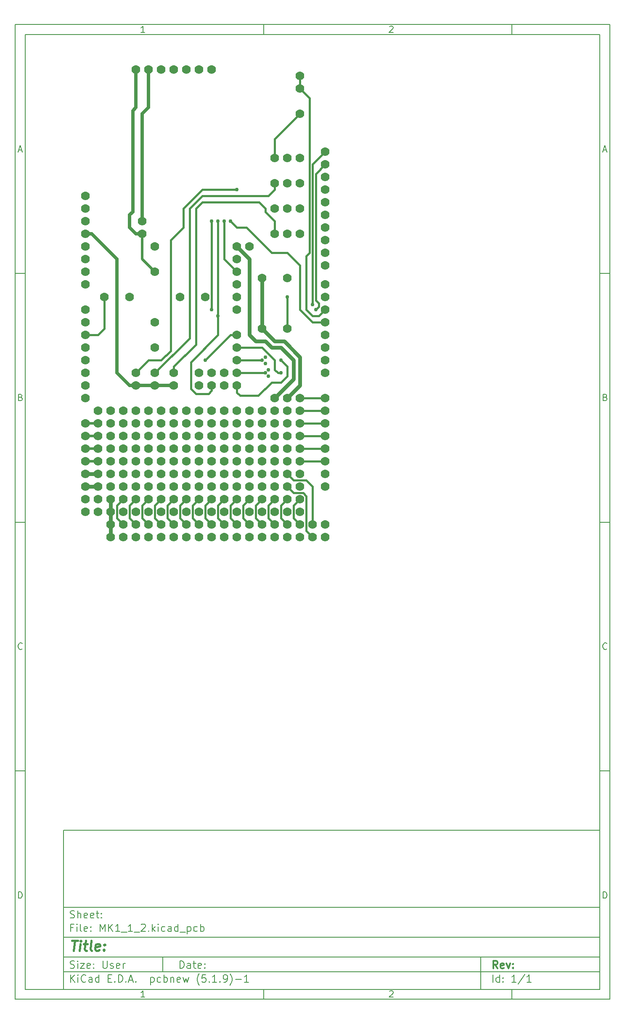
<source format=gbr>
%TF.GenerationSoftware,KiCad,Pcbnew,(5.1.9)-1*%
%TF.CreationDate,2021-07-03T12:37:55-04:00*%
%TF.ProjectId,MK1_1_2,4d4b315f-315f-4322-9e6b-696361645f70,rev?*%
%TF.SameCoordinates,Original*%
%TF.FileFunction,Copper,L2,Bot*%
%TF.FilePolarity,Positive*%
%FSLAX45Y45*%
G04 Gerber Fmt 4.5, Leading zero omitted, Abs format (unit mm)*
G04 Created by KiCad (PCBNEW (5.1.9)-1) date 2021-07-03 12:37:55*
%MOMM*%
%LPD*%
G01*
G04 APERTURE LIST*
%ADD10C,0.127000*%
%ADD11C,0.150000*%
%ADD12C,0.300000*%
%ADD13C,0.400000*%
%TA.AperFunction,ViaPad*%
%ADD14C,0.762000*%
%TD*%
%TA.AperFunction,ViaPad*%
%ADD15C,1.778000*%
%TD*%
%TA.AperFunction,Conductor*%
%ADD16C,0.381000*%
%TD*%
%TA.AperFunction,Conductor*%
%ADD17C,0.635000*%
%TD*%
%TA.AperFunction,Conductor*%
%ADD18C,0.508000*%
%TD*%
%TA.AperFunction,Conductor*%
%ADD19C,0.762000*%
%TD*%
G04 APERTURE END LIST*
D10*
D11*
X1970000Y-17190000D02*
X1970000Y-20390000D01*
X12770000Y-20390000D01*
X12770000Y-17190000D01*
X1970000Y-17190000D01*
D10*
D11*
X1000000Y-1000000D02*
X1000000Y-20590000D01*
X12970000Y-20590000D01*
X12970000Y-1000000D01*
X1000000Y-1000000D01*
D10*
D11*
X1200000Y-1200000D02*
X1200000Y-20390000D01*
X12770000Y-20390000D01*
X12770000Y-1200000D01*
X1200000Y-1200000D01*
D10*
D11*
X6000000Y-1200000D02*
X6000000Y-1000000D01*
D10*
D11*
X11000000Y-1200000D02*
X11000000Y-1000000D01*
D10*
D11*
X3606548Y-1158810D02*
X3532262Y-1158810D01*
X3569405Y-1158810D02*
X3569405Y-1028809D01*
X3557024Y-1047381D01*
X3544643Y-1059762D01*
X3532262Y-1065952D01*
D10*
D11*
X8532262Y-1041190D02*
X8538452Y-1035000D01*
X8550833Y-1028809D01*
X8581786Y-1028809D01*
X8594167Y-1035000D01*
X8600357Y-1041190D01*
X8606548Y-1053571D01*
X8606548Y-1065952D01*
X8600357Y-1084524D01*
X8526071Y-1158810D01*
X8606548Y-1158810D01*
D10*
D11*
X6000000Y-20390000D02*
X6000000Y-20590000D01*
D10*
D11*
X11000000Y-20390000D02*
X11000000Y-20590000D01*
D10*
D11*
X3606548Y-20548810D02*
X3532262Y-20548810D01*
X3569405Y-20548810D02*
X3569405Y-20418810D01*
X3557024Y-20437381D01*
X3544643Y-20449762D01*
X3532262Y-20455952D01*
D10*
D11*
X8532262Y-20431190D02*
X8538452Y-20425000D01*
X8550833Y-20418810D01*
X8581786Y-20418810D01*
X8594167Y-20425000D01*
X8600357Y-20431190D01*
X8606548Y-20443571D01*
X8606548Y-20455952D01*
X8600357Y-20474524D01*
X8526071Y-20548810D01*
X8606548Y-20548810D01*
D10*
D11*
X1000000Y-6000000D02*
X1200000Y-6000000D01*
D10*
D11*
X1000000Y-11000000D02*
X1200000Y-11000000D01*
D10*
D11*
X1000000Y-16000000D02*
X1200000Y-16000000D01*
D10*
D11*
X1069048Y-3521667D02*
X1130952Y-3521667D01*
X1056667Y-3558809D02*
X1100000Y-3428809D01*
X1143333Y-3558809D01*
D10*
D11*
X1109286Y-8490714D02*
X1127857Y-8496905D01*
X1134048Y-8503095D01*
X1140238Y-8515476D01*
X1140238Y-8534048D01*
X1134048Y-8546429D01*
X1127857Y-8552619D01*
X1115476Y-8558810D01*
X1065952Y-8558810D01*
X1065952Y-8428810D01*
X1109286Y-8428810D01*
X1121667Y-8435000D01*
X1127857Y-8441190D01*
X1134048Y-8453571D01*
X1134048Y-8465952D01*
X1127857Y-8478333D01*
X1121667Y-8484524D01*
X1109286Y-8490714D01*
X1065952Y-8490714D01*
D10*
D11*
X1140238Y-13546428D02*
X1134048Y-13552619D01*
X1115476Y-13558809D01*
X1103095Y-13558809D01*
X1084524Y-13552619D01*
X1072143Y-13540238D01*
X1065952Y-13527857D01*
X1059762Y-13503095D01*
X1059762Y-13484524D01*
X1065952Y-13459762D01*
X1072143Y-13447381D01*
X1084524Y-13435000D01*
X1103095Y-13428809D01*
X1115476Y-13428809D01*
X1134048Y-13435000D01*
X1140238Y-13441190D01*
D10*
D11*
X1065952Y-18558810D02*
X1065952Y-18428810D01*
X1096905Y-18428810D01*
X1115476Y-18435000D01*
X1127857Y-18447381D01*
X1134048Y-18459762D01*
X1140238Y-18484524D01*
X1140238Y-18503095D01*
X1134048Y-18527857D01*
X1127857Y-18540238D01*
X1115476Y-18552619D01*
X1096905Y-18558810D01*
X1065952Y-18558810D01*
D10*
D11*
X12970000Y-6000000D02*
X12770000Y-6000000D01*
D10*
D11*
X12970000Y-11000000D02*
X12770000Y-11000000D01*
D10*
D11*
X12970000Y-16000000D02*
X12770000Y-16000000D01*
D10*
D11*
X12839048Y-3521667D02*
X12900952Y-3521667D01*
X12826667Y-3558809D02*
X12870000Y-3428809D01*
X12913333Y-3558809D01*
D10*
D11*
X12879286Y-8490714D02*
X12897857Y-8496905D01*
X12904048Y-8503095D01*
X12910238Y-8515476D01*
X12910238Y-8534048D01*
X12904048Y-8546429D01*
X12897857Y-8552619D01*
X12885476Y-8558810D01*
X12835952Y-8558810D01*
X12835952Y-8428810D01*
X12879286Y-8428810D01*
X12891667Y-8435000D01*
X12897857Y-8441190D01*
X12904048Y-8453571D01*
X12904048Y-8465952D01*
X12897857Y-8478333D01*
X12891667Y-8484524D01*
X12879286Y-8490714D01*
X12835952Y-8490714D01*
D10*
D11*
X12910238Y-13546428D02*
X12904048Y-13552619D01*
X12885476Y-13558809D01*
X12873095Y-13558809D01*
X12854524Y-13552619D01*
X12842143Y-13540238D01*
X12835952Y-13527857D01*
X12829762Y-13503095D01*
X12829762Y-13484524D01*
X12835952Y-13459762D01*
X12842143Y-13447381D01*
X12854524Y-13435000D01*
X12873095Y-13428809D01*
X12885476Y-13428809D01*
X12904048Y-13435000D01*
X12910238Y-13441190D01*
D10*
D11*
X12835952Y-18558810D02*
X12835952Y-18428810D01*
X12866905Y-18428810D01*
X12885476Y-18435000D01*
X12897857Y-18447381D01*
X12904048Y-18459762D01*
X12910238Y-18484524D01*
X12910238Y-18503095D01*
X12904048Y-18527857D01*
X12897857Y-18540238D01*
X12885476Y-18552619D01*
X12866905Y-18558810D01*
X12835952Y-18558810D01*
D10*
D11*
X4313214Y-19967857D02*
X4313214Y-19817857D01*
X4348929Y-19817857D01*
X4370357Y-19825000D01*
X4384643Y-19839286D01*
X4391786Y-19853571D01*
X4398929Y-19882143D01*
X4398929Y-19903571D01*
X4391786Y-19932143D01*
X4384643Y-19946429D01*
X4370357Y-19960714D01*
X4348929Y-19967857D01*
X4313214Y-19967857D01*
X4527500Y-19967857D02*
X4527500Y-19889286D01*
X4520357Y-19875000D01*
X4506071Y-19867857D01*
X4477500Y-19867857D01*
X4463214Y-19875000D01*
X4527500Y-19960714D02*
X4513214Y-19967857D01*
X4477500Y-19967857D01*
X4463214Y-19960714D01*
X4456071Y-19946429D01*
X4456071Y-19932143D01*
X4463214Y-19917857D01*
X4477500Y-19910714D01*
X4513214Y-19910714D01*
X4527500Y-19903571D01*
X4577500Y-19867857D02*
X4634643Y-19867857D01*
X4598929Y-19817857D02*
X4598929Y-19946429D01*
X4606071Y-19960714D01*
X4620357Y-19967857D01*
X4634643Y-19967857D01*
X4741786Y-19960714D02*
X4727500Y-19967857D01*
X4698929Y-19967857D01*
X4684643Y-19960714D01*
X4677500Y-19946429D01*
X4677500Y-19889286D01*
X4684643Y-19875000D01*
X4698929Y-19867857D01*
X4727500Y-19867857D01*
X4741786Y-19875000D01*
X4748929Y-19889286D01*
X4748929Y-19903571D01*
X4677500Y-19917857D01*
X4813214Y-19953571D02*
X4820357Y-19960714D01*
X4813214Y-19967857D01*
X4806071Y-19960714D01*
X4813214Y-19953571D01*
X4813214Y-19967857D01*
X4813214Y-19875000D02*
X4820357Y-19882143D01*
X4813214Y-19889286D01*
X4806071Y-19882143D01*
X4813214Y-19875000D01*
X4813214Y-19889286D01*
D10*
D11*
X1970000Y-20040000D02*
X12770000Y-20040000D01*
D10*
D11*
X2113214Y-20247857D02*
X2113214Y-20097857D01*
X2198929Y-20247857D02*
X2134643Y-20162143D01*
X2198929Y-20097857D02*
X2113214Y-20183571D01*
X2263214Y-20247857D02*
X2263214Y-20147857D01*
X2263214Y-20097857D02*
X2256071Y-20105000D01*
X2263214Y-20112143D01*
X2270357Y-20105000D01*
X2263214Y-20097857D01*
X2263214Y-20112143D01*
X2420357Y-20233571D02*
X2413214Y-20240714D01*
X2391786Y-20247857D01*
X2377500Y-20247857D01*
X2356071Y-20240714D01*
X2341786Y-20226429D01*
X2334643Y-20212143D01*
X2327500Y-20183571D01*
X2327500Y-20162143D01*
X2334643Y-20133571D01*
X2341786Y-20119286D01*
X2356071Y-20105000D01*
X2377500Y-20097857D01*
X2391786Y-20097857D01*
X2413214Y-20105000D01*
X2420357Y-20112143D01*
X2548929Y-20247857D02*
X2548929Y-20169286D01*
X2541786Y-20155000D01*
X2527500Y-20147857D01*
X2498929Y-20147857D01*
X2484643Y-20155000D01*
X2548929Y-20240714D02*
X2534643Y-20247857D01*
X2498929Y-20247857D01*
X2484643Y-20240714D01*
X2477500Y-20226429D01*
X2477500Y-20212143D01*
X2484643Y-20197857D01*
X2498929Y-20190714D01*
X2534643Y-20190714D01*
X2548929Y-20183571D01*
X2684643Y-20247857D02*
X2684643Y-20097857D01*
X2684643Y-20240714D02*
X2670357Y-20247857D01*
X2641786Y-20247857D01*
X2627500Y-20240714D01*
X2620357Y-20233571D01*
X2613214Y-20219286D01*
X2613214Y-20176429D01*
X2620357Y-20162143D01*
X2627500Y-20155000D01*
X2641786Y-20147857D01*
X2670357Y-20147857D01*
X2684643Y-20155000D01*
X2870357Y-20169286D02*
X2920357Y-20169286D01*
X2941786Y-20247857D02*
X2870357Y-20247857D01*
X2870357Y-20097857D01*
X2941786Y-20097857D01*
X3006071Y-20233571D02*
X3013214Y-20240714D01*
X3006071Y-20247857D01*
X2998928Y-20240714D01*
X3006071Y-20233571D01*
X3006071Y-20247857D01*
X3077500Y-20247857D02*
X3077500Y-20097857D01*
X3113214Y-20097857D01*
X3134643Y-20105000D01*
X3148928Y-20119286D01*
X3156071Y-20133571D01*
X3163214Y-20162143D01*
X3163214Y-20183571D01*
X3156071Y-20212143D01*
X3148928Y-20226429D01*
X3134643Y-20240714D01*
X3113214Y-20247857D01*
X3077500Y-20247857D01*
X3227500Y-20233571D02*
X3234643Y-20240714D01*
X3227500Y-20247857D01*
X3220357Y-20240714D01*
X3227500Y-20233571D01*
X3227500Y-20247857D01*
X3291786Y-20205000D02*
X3363214Y-20205000D01*
X3277500Y-20247857D02*
X3327500Y-20097857D01*
X3377500Y-20247857D01*
X3427500Y-20233571D02*
X3434643Y-20240714D01*
X3427500Y-20247857D01*
X3420357Y-20240714D01*
X3427500Y-20233571D01*
X3427500Y-20247857D01*
X3727500Y-20147857D02*
X3727500Y-20297857D01*
X3727500Y-20155000D02*
X3741786Y-20147857D01*
X3770357Y-20147857D01*
X3784643Y-20155000D01*
X3791786Y-20162143D01*
X3798928Y-20176429D01*
X3798928Y-20219286D01*
X3791786Y-20233571D01*
X3784643Y-20240714D01*
X3770357Y-20247857D01*
X3741786Y-20247857D01*
X3727500Y-20240714D01*
X3927500Y-20240714D02*
X3913214Y-20247857D01*
X3884643Y-20247857D01*
X3870357Y-20240714D01*
X3863214Y-20233571D01*
X3856071Y-20219286D01*
X3856071Y-20176429D01*
X3863214Y-20162143D01*
X3870357Y-20155000D01*
X3884643Y-20147857D01*
X3913214Y-20147857D01*
X3927500Y-20155000D01*
X3991786Y-20247857D02*
X3991786Y-20097857D01*
X3991786Y-20155000D02*
X4006071Y-20147857D01*
X4034643Y-20147857D01*
X4048928Y-20155000D01*
X4056071Y-20162143D01*
X4063214Y-20176429D01*
X4063214Y-20219286D01*
X4056071Y-20233571D01*
X4048928Y-20240714D01*
X4034643Y-20247857D01*
X4006071Y-20247857D01*
X3991786Y-20240714D01*
X4127500Y-20147857D02*
X4127500Y-20247857D01*
X4127500Y-20162143D02*
X4134643Y-20155000D01*
X4148928Y-20147857D01*
X4170357Y-20147857D01*
X4184643Y-20155000D01*
X4191786Y-20169286D01*
X4191786Y-20247857D01*
X4320357Y-20240714D02*
X4306071Y-20247857D01*
X4277500Y-20247857D01*
X4263214Y-20240714D01*
X4256071Y-20226429D01*
X4256071Y-20169286D01*
X4263214Y-20155000D01*
X4277500Y-20147857D01*
X4306071Y-20147857D01*
X4320357Y-20155000D01*
X4327500Y-20169286D01*
X4327500Y-20183571D01*
X4256071Y-20197857D01*
X4377500Y-20147857D02*
X4406071Y-20247857D01*
X4434643Y-20176429D01*
X4463214Y-20247857D01*
X4491786Y-20147857D01*
X4706071Y-20305000D02*
X4698929Y-20297857D01*
X4684643Y-20276429D01*
X4677500Y-20262143D01*
X4670357Y-20240714D01*
X4663214Y-20205000D01*
X4663214Y-20176429D01*
X4670357Y-20140714D01*
X4677500Y-20119286D01*
X4684643Y-20105000D01*
X4698929Y-20083571D01*
X4706071Y-20076429D01*
X4834643Y-20097857D02*
X4763214Y-20097857D01*
X4756071Y-20169286D01*
X4763214Y-20162143D01*
X4777500Y-20155000D01*
X4813214Y-20155000D01*
X4827500Y-20162143D01*
X4834643Y-20169286D01*
X4841786Y-20183571D01*
X4841786Y-20219286D01*
X4834643Y-20233571D01*
X4827500Y-20240714D01*
X4813214Y-20247857D01*
X4777500Y-20247857D01*
X4763214Y-20240714D01*
X4756071Y-20233571D01*
X4906071Y-20233571D02*
X4913214Y-20240714D01*
X4906071Y-20247857D01*
X4898929Y-20240714D01*
X4906071Y-20233571D01*
X4906071Y-20247857D01*
X5056071Y-20247857D02*
X4970357Y-20247857D01*
X5013214Y-20247857D02*
X5013214Y-20097857D01*
X4998929Y-20119286D01*
X4984643Y-20133571D01*
X4970357Y-20140714D01*
X5120357Y-20233571D02*
X5127500Y-20240714D01*
X5120357Y-20247857D01*
X5113214Y-20240714D01*
X5120357Y-20233571D01*
X5120357Y-20247857D01*
X5198929Y-20247857D02*
X5227500Y-20247857D01*
X5241786Y-20240714D01*
X5248929Y-20233571D01*
X5263214Y-20212143D01*
X5270357Y-20183571D01*
X5270357Y-20126429D01*
X5263214Y-20112143D01*
X5256071Y-20105000D01*
X5241786Y-20097857D01*
X5213214Y-20097857D01*
X5198929Y-20105000D01*
X5191786Y-20112143D01*
X5184643Y-20126429D01*
X5184643Y-20162143D01*
X5191786Y-20176429D01*
X5198929Y-20183571D01*
X5213214Y-20190714D01*
X5241786Y-20190714D01*
X5256071Y-20183571D01*
X5263214Y-20176429D01*
X5270357Y-20162143D01*
X5320357Y-20305000D02*
X5327500Y-20297857D01*
X5341786Y-20276429D01*
X5348929Y-20262143D01*
X5356071Y-20240714D01*
X5363214Y-20205000D01*
X5363214Y-20176429D01*
X5356071Y-20140714D01*
X5348929Y-20119286D01*
X5341786Y-20105000D01*
X5327500Y-20083571D01*
X5320357Y-20076429D01*
X5434643Y-20190714D02*
X5548929Y-20190714D01*
X5698928Y-20247857D02*
X5613214Y-20247857D01*
X5656071Y-20247857D02*
X5656071Y-20097857D01*
X5641786Y-20119286D01*
X5627500Y-20133571D01*
X5613214Y-20140714D01*
D10*
D11*
X1970000Y-19740000D02*
X12770000Y-19740000D01*
D10*
D12*
X10710929Y-19967857D02*
X10660929Y-19896429D01*
X10625214Y-19967857D02*
X10625214Y-19817857D01*
X10682357Y-19817857D01*
X10696643Y-19825000D01*
X10703786Y-19832143D01*
X10710929Y-19846429D01*
X10710929Y-19867857D01*
X10703786Y-19882143D01*
X10696643Y-19889286D01*
X10682357Y-19896429D01*
X10625214Y-19896429D01*
X10832357Y-19960714D02*
X10818071Y-19967857D01*
X10789500Y-19967857D01*
X10775214Y-19960714D01*
X10768071Y-19946429D01*
X10768071Y-19889286D01*
X10775214Y-19875000D01*
X10789500Y-19867857D01*
X10818071Y-19867857D01*
X10832357Y-19875000D01*
X10839500Y-19889286D01*
X10839500Y-19903571D01*
X10768071Y-19917857D01*
X10889500Y-19867857D02*
X10925214Y-19967857D01*
X10960929Y-19867857D01*
X11018071Y-19953571D02*
X11025214Y-19960714D01*
X11018071Y-19967857D01*
X11010929Y-19960714D01*
X11018071Y-19953571D01*
X11018071Y-19967857D01*
X11018071Y-19875000D02*
X11025214Y-19882143D01*
X11018071Y-19889286D01*
X11010929Y-19882143D01*
X11018071Y-19875000D01*
X11018071Y-19889286D01*
D10*
D11*
X2106071Y-19960714D02*
X2127500Y-19967857D01*
X2163214Y-19967857D01*
X2177500Y-19960714D01*
X2184643Y-19953571D01*
X2191786Y-19939286D01*
X2191786Y-19925000D01*
X2184643Y-19910714D01*
X2177500Y-19903571D01*
X2163214Y-19896429D01*
X2134643Y-19889286D01*
X2120357Y-19882143D01*
X2113214Y-19875000D01*
X2106071Y-19860714D01*
X2106071Y-19846429D01*
X2113214Y-19832143D01*
X2120357Y-19825000D01*
X2134643Y-19817857D01*
X2170357Y-19817857D01*
X2191786Y-19825000D01*
X2256071Y-19967857D02*
X2256071Y-19867857D01*
X2256071Y-19817857D02*
X2248929Y-19825000D01*
X2256071Y-19832143D01*
X2263214Y-19825000D01*
X2256071Y-19817857D01*
X2256071Y-19832143D01*
X2313214Y-19867857D02*
X2391786Y-19867857D01*
X2313214Y-19967857D01*
X2391786Y-19967857D01*
X2506071Y-19960714D02*
X2491786Y-19967857D01*
X2463214Y-19967857D01*
X2448929Y-19960714D01*
X2441786Y-19946429D01*
X2441786Y-19889286D01*
X2448929Y-19875000D01*
X2463214Y-19867857D01*
X2491786Y-19867857D01*
X2506071Y-19875000D01*
X2513214Y-19889286D01*
X2513214Y-19903571D01*
X2441786Y-19917857D01*
X2577500Y-19953571D02*
X2584643Y-19960714D01*
X2577500Y-19967857D01*
X2570357Y-19960714D01*
X2577500Y-19953571D01*
X2577500Y-19967857D01*
X2577500Y-19875000D02*
X2584643Y-19882143D01*
X2577500Y-19889286D01*
X2570357Y-19882143D01*
X2577500Y-19875000D01*
X2577500Y-19889286D01*
X2763214Y-19817857D02*
X2763214Y-19939286D01*
X2770357Y-19953571D01*
X2777500Y-19960714D01*
X2791786Y-19967857D01*
X2820357Y-19967857D01*
X2834643Y-19960714D01*
X2841786Y-19953571D01*
X2848928Y-19939286D01*
X2848928Y-19817857D01*
X2913214Y-19960714D02*
X2927500Y-19967857D01*
X2956071Y-19967857D01*
X2970357Y-19960714D01*
X2977500Y-19946429D01*
X2977500Y-19939286D01*
X2970357Y-19925000D01*
X2956071Y-19917857D01*
X2934643Y-19917857D01*
X2920357Y-19910714D01*
X2913214Y-19896429D01*
X2913214Y-19889286D01*
X2920357Y-19875000D01*
X2934643Y-19867857D01*
X2956071Y-19867857D01*
X2970357Y-19875000D01*
X3098928Y-19960714D02*
X3084643Y-19967857D01*
X3056071Y-19967857D01*
X3041786Y-19960714D01*
X3034643Y-19946429D01*
X3034643Y-19889286D01*
X3041786Y-19875000D01*
X3056071Y-19867857D01*
X3084643Y-19867857D01*
X3098928Y-19875000D01*
X3106071Y-19889286D01*
X3106071Y-19903571D01*
X3034643Y-19917857D01*
X3170357Y-19967857D02*
X3170357Y-19867857D01*
X3170357Y-19896429D02*
X3177500Y-19882143D01*
X3184643Y-19875000D01*
X3198928Y-19867857D01*
X3213214Y-19867857D01*
D10*
D11*
X10613214Y-20247857D02*
X10613214Y-20097857D01*
X10748929Y-20247857D02*
X10748929Y-20097857D01*
X10748929Y-20240714D02*
X10734643Y-20247857D01*
X10706071Y-20247857D01*
X10691786Y-20240714D01*
X10684643Y-20233571D01*
X10677500Y-20219286D01*
X10677500Y-20176429D01*
X10684643Y-20162143D01*
X10691786Y-20155000D01*
X10706071Y-20147857D01*
X10734643Y-20147857D01*
X10748929Y-20155000D01*
X10820357Y-20233571D02*
X10827500Y-20240714D01*
X10820357Y-20247857D01*
X10813214Y-20240714D01*
X10820357Y-20233571D01*
X10820357Y-20247857D01*
X10820357Y-20155000D02*
X10827500Y-20162143D01*
X10820357Y-20169286D01*
X10813214Y-20162143D01*
X10820357Y-20155000D01*
X10820357Y-20169286D01*
X11084643Y-20247857D02*
X10998929Y-20247857D01*
X11041786Y-20247857D02*
X11041786Y-20097857D01*
X11027500Y-20119286D01*
X11013214Y-20133571D01*
X10998929Y-20140714D01*
X11256071Y-20090714D02*
X11127500Y-20283571D01*
X11384643Y-20247857D02*
X11298928Y-20247857D01*
X11341786Y-20247857D02*
X11341786Y-20097857D01*
X11327500Y-20119286D01*
X11313214Y-20133571D01*
X11298928Y-20140714D01*
D10*
D11*
X1970000Y-19340000D02*
X12770000Y-19340000D01*
D10*
D13*
X2141238Y-19410476D02*
X2255524Y-19410476D01*
X2173381Y-19610476D02*
X2198381Y-19410476D01*
X2297190Y-19610476D02*
X2313857Y-19477143D01*
X2322190Y-19410476D02*
X2311476Y-19420000D01*
X2319810Y-19429524D01*
X2330524Y-19420000D01*
X2322190Y-19410476D01*
X2319810Y-19429524D01*
X2380524Y-19477143D02*
X2456714Y-19477143D01*
X2417429Y-19410476D02*
X2396000Y-19581905D01*
X2403143Y-19600952D01*
X2421000Y-19610476D01*
X2440048Y-19610476D01*
X2535286Y-19610476D02*
X2517429Y-19600952D01*
X2510286Y-19581905D01*
X2531714Y-19410476D01*
X2688857Y-19600952D02*
X2668619Y-19610476D01*
X2630524Y-19610476D01*
X2612667Y-19600952D01*
X2605524Y-19581905D01*
X2615048Y-19505714D01*
X2626952Y-19486667D01*
X2647190Y-19477143D01*
X2685286Y-19477143D01*
X2703143Y-19486667D01*
X2710286Y-19505714D01*
X2707905Y-19524762D01*
X2610286Y-19543810D01*
X2785286Y-19591429D02*
X2793619Y-19600952D01*
X2782905Y-19610476D01*
X2774571Y-19600952D01*
X2785286Y-19591429D01*
X2782905Y-19610476D01*
X2798381Y-19486667D02*
X2806714Y-19496190D01*
X2796000Y-19505714D01*
X2787667Y-19496190D01*
X2798381Y-19486667D01*
X2796000Y-19505714D01*
D10*
D11*
X2163214Y-19149286D02*
X2113214Y-19149286D01*
X2113214Y-19227857D02*
X2113214Y-19077857D01*
X2184643Y-19077857D01*
X2241786Y-19227857D02*
X2241786Y-19127857D01*
X2241786Y-19077857D02*
X2234643Y-19085000D01*
X2241786Y-19092143D01*
X2248929Y-19085000D01*
X2241786Y-19077857D01*
X2241786Y-19092143D01*
X2334643Y-19227857D02*
X2320357Y-19220714D01*
X2313214Y-19206429D01*
X2313214Y-19077857D01*
X2448929Y-19220714D02*
X2434643Y-19227857D01*
X2406071Y-19227857D01*
X2391786Y-19220714D01*
X2384643Y-19206429D01*
X2384643Y-19149286D01*
X2391786Y-19135000D01*
X2406071Y-19127857D01*
X2434643Y-19127857D01*
X2448929Y-19135000D01*
X2456071Y-19149286D01*
X2456071Y-19163571D01*
X2384643Y-19177857D01*
X2520357Y-19213571D02*
X2527500Y-19220714D01*
X2520357Y-19227857D01*
X2513214Y-19220714D01*
X2520357Y-19213571D01*
X2520357Y-19227857D01*
X2520357Y-19135000D02*
X2527500Y-19142143D01*
X2520357Y-19149286D01*
X2513214Y-19142143D01*
X2520357Y-19135000D01*
X2520357Y-19149286D01*
X2706071Y-19227857D02*
X2706071Y-19077857D01*
X2756071Y-19185000D01*
X2806071Y-19077857D01*
X2806071Y-19227857D01*
X2877500Y-19227857D02*
X2877500Y-19077857D01*
X2963214Y-19227857D02*
X2898928Y-19142143D01*
X2963214Y-19077857D02*
X2877500Y-19163571D01*
X3106071Y-19227857D02*
X3020357Y-19227857D01*
X3063214Y-19227857D02*
X3063214Y-19077857D01*
X3048928Y-19099286D01*
X3034643Y-19113571D01*
X3020357Y-19120714D01*
X3134643Y-19242143D02*
X3248928Y-19242143D01*
X3363214Y-19227857D02*
X3277500Y-19227857D01*
X3320357Y-19227857D02*
X3320357Y-19077857D01*
X3306071Y-19099286D01*
X3291786Y-19113571D01*
X3277500Y-19120714D01*
X3391786Y-19242143D02*
X3506071Y-19242143D01*
X3534643Y-19092143D02*
X3541786Y-19085000D01*
X3556071Y-19077857D01*
X3591786Y-19077857D01*
X3606071Y-19085000D01*
X3613214Y-19092143D01*
X3620357Y-19106429D01*
X3620357Y-19120714D01*
X3613214Y-19142143D01*
X3527500Y-19227857D01*
X3620357Y-19227857D01*
X3684643Y-19213571D02*
X3691786Y-19220714D01*
X3684643Y-19227857D01*
X3677500Y-19220714D01*
X3684643Y-19213571D01*
X3684643Y-19227857D01*
X3756071Y-19227857D02*
X3756071Y-19077857D01*
X3770357Y-19170714D02*
X3813214Y-19227857D01*
X3813214Y-19127857D02*
X3756071Y-19185000D01*
X3877500Y-19227857D02*
X3877500Y-19127857D01*
X3877500Y-19077857D02*
X3870357Y-19085000D01*
X3877500Y-19092143D01*
X3884643Y-19085000D01*
X3877500Y-19077857D01*
X3877500Y-19092143D01*
X4013214Y-19220714D02*
X3998928Y-19227857D01*
X3970357Y-19227857D01*
X3956071Y-19220714D01*
X3948928Y-19213571D01*
X3941786Y-19199286D01*
X3941786Y-19156429D01*
X3948928Y-19142143D01*
X3956071Y-19135000D01*
X3970357Y-19127857D01*
X3998928Y-19127857D01*
X4013214Y-19135000D01*
X4141786Y-19227857D02*
X4141786Y-19149286D01*
X4134643Y-19135000D01*
X4120357Y-19127857D01*
X4091786Y-19127857D01*
X4077500Y-19135000D01*
X4141786Y-19220714D02*
X4127500Y-19227857D01*
X4091786Y-19227857D01*
X4077500Y-19220714D01*
X4070357Y-19206429D01*
X4070357Y-19192143D01*
X4077500Y-19177857D01*
X4091786Y-19170714D01*
X4127500Y-19170714D01*
X4141786Y-19163571D01*
X4277500Y-19227857D02*
X4277500Y-19077857D01*
X4277500Y-19220714D02*
X4263214Y-19227857D01*
X4234643Y-19227857D01*
X4220357Y-19220714D01*
X4213214Y-19213571D01*
X4206071Y-19199286D01*
X4206071Y-19156429D01*
X4213214Y-19142143D01*
X4220357Y-19135000D01*
X4234643Y-19127857D01*
X4263214Y-19127857D01*
X4277500Y-19135000D01*
X4313214Y-19242143D02*
X4427500Y-19242143D01*
X4463214Y-19127857D02*
X4463214Y-19277857D01*
X4463214Y-19135000D02*
X4477500Y-19127857D01*
X4506071Y-19127857D01*
X4520357Y-19135000D01*
X4527500Y-19142143D01*
X4534643Y-19156429D01*
X4534643Y-19199286D01*
X4527500Y-19213571D01*
X4520357Y-19220714D01*
X4506071Y-19227857D01*
X4477500Y-19227857D01*
X4463214Y-19220714D01*
X4663214Y-19220714D02*
X4648929Y-19227857D01*
X4620357Y-19227857D01*
X4606071Y-19220714D01*
X4598929Y-19213571D01*
X4591786Y-19199286D01*
X4591786Y-19156429D01*
X4598929Y-19142143D01*
X4606071Y-19135000D01*
X4620357Y-19127857D01*
X4648929Y-19127857D01*
X4663214Y-19135000D01*
X4727500Y-19227857D02*
X4727500Y-19077857D01*
X4727500Y-19135000D02*
X4741786Y-19127857D01*
X4770357Y-19127857D01*
X4784643Y-19135000D01*
X4791786Y-19142143D01*
X4798929Y-19156429D01*
X4798929Y-19199286D01*
X4791786Y-19213571D01*
X4784643Y-19220714D01*
X4770357Y-19227857D01*
X4741786Y-19227857D01*
X4727500Y-19220714D01*
D10*
D11*
X1970000Y-18740000D02*
X12770000Y-18740000D01*
D10*
D11*
X2106071Y-18950714D02*
X2127500Y-18957857D01*
X2163214Y-18957857D01*
X2177500Y-18950714D01*
X2184643Y-18943571D01*
X2191786Y-18929286D01*
X2191786Y-18915000D01*
X2184643Y-18900714D01*
X2177500Y-18893571D01*
X2163214Y-18886429D01*
X2134643Y-18879286D01*
X2120357Y-18872143D01*
X2113214Y-18865000D01*
X2106071Y-18850714D01*
X2106071Y-18836429D01*
X2113214Y-18822143D01*
X2120357Y-18815000D01*
X2134643Y-18807857D01*
X2170357Y-18807857D01*
X2191786Y-18815000D01*
X2256071Y-18957857D02*
X2256071Y-18807857D01*
X2320357Y-18957857D02*
X2320357Y-18879286D01*
X2313214Y-18865000D01*
X2298929Y-18857857D01*
X2277500Y-18857857D01*
X2263214Y-18865000D01*
X2256071Y-18872143D01*
X2448929Y-18950714D02*
X2434643Y-18957857D01*
X2406071Y-18957857D01*
X2391786Y-18950714D01*
X2384643Y-18936429D01*
X2384643Y-18879286D01*
X2391786Y-18865000D01*
X2406071Y-18857857D01*
X2434643Y-18857857D01*
X2448929Y-18865000D01*
X2456071Y-18879286D01*
X2456071Y-18893571D01*
X2384643Y-18907857D01*
X2577500Y-18950714D02*
X2563214Y-18957857D01*
X2534643Y-18957857D01*
X2520357Y-18950714D01*
X2513214Y-18936429D01*
X2513214Y-18879286D01*
X2520357Y-18865000D01*
X2534643Y-18857857D01*
X2563214Y-18857857D01*
X2577500Y-18865000D01*
X2584643Y-18879286D01*
X2584643Y-18893571D01*
X2513214Y-18907857D01*
X2627500Y-18857857D02*
X2684643Y-18857857D01*
X2648929Y-18807857D02*
X2648929Y-18936429D01*
X2656071Y-18950714D01*
X2670357Y-18957857D01*
X2684643Y-18957857D01*
X2734643Y-18943571D02*
X2741786Y-18950714D01*
X2734643Y-18957857D01*
X2727500Y-18950714D01*
X2734643Y-18943571D01*
X2734643Y-18957857D01*
X2734643Y-18865000D02*
X2741786Y-18872143D01*
X2734643Y-18879286D01*
X2727500Y-18872143D01*
X2734643Y-18865000D01*
X2734643Y-18879286D01*
D10*
D11*
X3970000Y-19740000D02*
X3970000Y-20040000D01*
D10*
D11*
X10370000Y-19740000D02*
X10370000Y-20390000D01*
D14*
%TO.N,*%
X4953000Y-6731000D03*
X5080000Y-6858000D03*
X6477000Y-6477000D03*
X4953000Y-4953000D03*
X5080000Y-4953000D03*
X5207000Y-4953000D03*
D15*
X4953000Y-10541000D03*
X4699000Y-10541000D03*
X4445000Y-10541000D03*
X4191000Y-10541000D03*
X3937000Y-10541000D03*
X3683000Y-10541000D03*
X3429000Y-10541000D03*
X3175000Y-10541000D03*
X2921000Y-10541000D03*
X2921000Y-10795000D03*
X2921000Y-11049000D03*
X2921000Y-11303000D03*
X3175000Y-11303000D03*
X3175000Y-11049000D03*
X3175000Y-10795000D03*
X3429000Y-10795000D03*
X3429000Y-11049000D03*
X3429000Y-11303000D03*
X3683000Y-11303000D03*
X3683000Y-11049000D03*
X3683000Y-10795000D03*
X3937000Y-10795000D03*
X3937000Y-11049000D03*
X3937000Y-11303000D03*
X4953000Y-10795000D03*
X4699000Y-10795000D03*
X4445000Y-10795000D03*
X4191000Y-10795000D03*
X4191000Y-11049000D03*
X4191000Y-11303000D03*
X4445000Y-11303000D03*
X4445000Y-11049000D03*
X4953000Y-8255000D03*
X4953000Y-8001000D03*
X5207000Y-8001000D03*
X5207000Y-8255000D03*
X4699000Y-8001000D03*
X4699000Y-8255000D03*
X5461000Y-8255000D03*
X5461000Y-8001000D03*
X5461000Y-7747000D03*
X5461000Y-7493000D03*
X4191000Y-8255000D03*
X4191000Y-8001000D03*
X3810000Y-8001000D03*
X3810000Y-8255000D03*
X3429000Y-8001000D03*
X2413000Y-7493000D03*
X2413000Y-7239000D03*
X2413000Y-6985000D03*
X2413000Y-6731000D03*
X2413000Y-9017000D03*
X2413000Y-9271000D03*
X2667000Y-9271000D03*
X2667000Y-9017000D03*
X7239000Y-8001000D03*
X7239000Y-7747000D03*
X7239000Y-7493000D03*
X7239000Y-7239000D03*
X7239000Y-6731000D03*
X7239000Y-6477000D03*
X7239000Y-6223000D03*
X7239000Y-5842000D03*
X7239000Y-5588000D03*
X7239000Y-5334000D03*
X7239000Y-5080000D03*
X7239000Y-4826000D03*
X7239000Y-4572000D03*
X7239000Y-4318000D03*
X7239000Y-4064000D03*
X7239000Y-3810000D03*
X7239000Y-3556000D03*
X6731000Y-3683000D03*
X6477000Y-3683000D03*
X6223000Y-3683000D03*
X6223000Y-4191000D03*
X6477000Y-4191000D03*
X6731000Y-4191000D03*
X6731000Y-4699000D03*
X6477000Y-4699000D03*
X6223000Y-4699000D03*
X6223000Y-5207000D03*
X6477000Y-5207000D03*
X6731000Y-5207000D03*
X6477000Y-6096000D03*
X6477000Y-7112000D03*
X5461000Y-6731000D03*
X5461000Y-6477000D03*
X5461000Y-6223000D03*
X5461000Y-5969000D03*
X5461000Y-5461000D03*
X4826000Y-6477000D03*
X4318000Y-6477000D03*
X3810000Y-6985000D03*
X3810000Y-7493000D03*
X3810000Y-5461000D03*
X3810000Y-5969000D03*
X3302000Y-6477000D03*
X2794000Y-6477000D03*
X5207000Y-8763000D03*
X4953000Y-8763000D03*
X4699000Y-8763000D03*
X4445000Y-8763000D03*
X4191000Y-8763000D03*
X3937000Y-8763000D03*
X3683000Y-8763000D03*
X3175000Y-8763000D03*
X3175000Y-9017000D03*
X3175000Y-9271000D03*
X3175000Y-9525000D03*
X3175000Y-9779000D03*
X3175000Y-10033000D03*
X3175000Y-10287000D03*
X2921000Y-10287000D03*
X2667000Y-10287000D03*
X2667000Y-10033000D03*
X2413000Y-10033000D03*
X2413000Y-9779000D03*
X2667000Y-9779000D03*
X2667000Y-9525000D03*
X2413000Y-9525000D03*
X2667000Y-10541000D03*
X2413000Y-10541000D03*
X2413000Y-10795000D03*
X2413000Y-10287000D03*
X2667000Y-10795000D03*
X2921000Y-10033000D03*
X2921000Y-9779000D03*
X2921000Y-9525000D03*
X2921000Y-9271000D03*
X2921000Y-9017000D03*
X3429000Y-9017000D03*
X3683000Y-9017000D03*
X3937000Y-9017000D03*
X3937000Y-9271000D03*
X3683000Y-9271000D03*
X3429000Y-9271000D03*
X3429000Y-9525000D03*
X3429000Y-9779000D03*
X3429000Y-10033000D03*
X3429000Y-10287000D03*
X3683000Y-10287000D03*
X3683000Y-10033000D03*
X3683000Y-9779000D03*
X3683000Y-9525000D03*
X3937000Y-9525000D03*
X3937000Y-9779000D03*
X3937000Y-10033000D03*
X3937000Y-10287000D03*
X4191000Y-10287000D03*
X4445000Y-10287000D03*
X4699000Y-10287000D03*
X4953000Y-10287000D03*
X4953000Y-10033000D03*
X4699000Y-10033000D03*
X4445000Y-10033000D03*
X4191000Y-10033000D03*
X4191000Y-9779000D03*
X4445000Y-9779000D03*
X4699000Y-9779000D03*
X4953000Y-9779000D03*
X5207000Y-10795000D03*
X4953000Y-9525000D03*
X4699000Y-9525000D03*
X4445000Y-9525000D03*
X4191000Y-9525000D03*
X4191000Y-9271000D03*
X4191000Y-9017000D03*
X4445000Y-9017000D03*
X4445000Y-9271000D03*
X4699000Y-9271000D03*
X4699000Y-9017000D03*
X4953000Y-9017000D03*
X4953000Y-9271000D03*
X5207000Y-9271000D03*
X5207000Y-9017000D03*
X2413000Y-6223000D03*
X2413000Y-5969000D03*
X2413000Y-5715000D03*
X2413000Y-5461000D03*
X2413000Y-5207000D03*
X2413000Y-4953000D03*
X2413000Y-4699000D03*
X2413000Y-4445000D03*
X4953000Y-1905000D03*
X4445000Y-1905000D03*
X4191000Y-1905000D03*
X3937000Y-1905000D03*
X3683000Y-1905000D03*
X3429000Y-1905000D03*
X6731000Y-2794000D03*
X6731000Y-2032000D03*
X5715000Y-11049000D03*
X5715000Y-11303000D03*
X5969000Y-11303000D03*
X5969000Y-11049000D03*
X6223000Y-11049000D03*
X6223000Y-11303000D03*
X4699000Y-11049000D03*
X4699000Y-11303000D03*
X4953000Y-11049000D03*
X4953000Y-11303000D03*
X5207000Y-11303000D03*
X5207000Y-11049000D03*
X6731000Y-2286000D03*
X2413000Y-7747000D03*
X5461000Y-7239000D03*
D14*
X4826000Y-7747000D03*
D15*
X3429000Y-8255000D03*
D14*
X5461000Y-4318000D03*
X5969000Y-7747000D03*
D15*
X7239000Y-10287000D03*
X7239000Y-9779000D03*
X7239000Y-9525000D03*
X7239000Y-9271000D03*
X7239000Y-9017000D03*
X7239000Y-8763000D03*
X7239000Y-8509000D03*
X5461000Y-11049000D03*
X5461000Y-11303000D03*
X6477000Y-11303000D03*
X6477000Y-11049000D03*
X6731000Y-11049000D03*
X6731000Y-11303000D03*
X6985000Y-11303000D03*
X6985000Y-11049000D03*
X5207000Y-9525000D03*
X5207000Y-9779000D03*
X5207000Y-10033000D03*
D14*
X7048500Y-6731000D03*
X6985000Y-6629400D03*
X6032500Y-7683500D03*
X6350000Y-8001000D03*
X6350000Y-7747000D03*
X6096000Y-7937500D03*
X6032500Y-8001000D03*
X6032500Y-7810500D03*
D15*
X3556000Y-5207000D03*
X3556000Y-4953000D03*
X5715000Y-5461000D03*
X4699000Y-1905000D03*
D14*
X5334000Y-4953000D03*
D15*
X7239000Y-6985000D03*
X5461000Y-8763000D03*
X5715000Y-8763000D03*
X5969000Y-8763000D03*
X5715000Y-10033000D03*
X5715000Y-9271000D03*
X5461000Y-10033000D03*
X5461000Y-9779000D03*
X5461000Y-9271000D03*
X5461000Y-9525000D03*
X5969000Y-9525000D03*
X5969000Y-9271000D03*
X5969000Y-10287000D03*
X5715000Y-9017000D03*
X5715000Y-10287000D03*
X5969000Y-9017000D03*
X5715000Y-9525000D03*
X5969000Y-9779000D03*
X5715000Y-9779000D03*
X5461000Y-10287000D03*
X5461000Y-9017000D03*
X5969000Y-10033000D03*
X6223000Y-8763000D03*
X6477000Y-8763000D03*
X6731000Y-8763000D03*
X6477000Y-10033000D03*
X6477000Y-9271000D03*
X6223000Y-10033000D03*
X6223000Y-9779000D03*
X6223000Y-9271000D03*
X6223000Y-9525000D03*
X6731000Y-9525000D03*
X6731000Y-9271000D03*
X6731000Y-10287000D03*
X6477000Y-9017000D03*
X6477000Y-10287000D03*
X6731000Y-9017000D03*
X6477000Y-9525000D03*
X6731000Y-9779000D03*
X6477000Y-9779000D03*
X6223000Y-10287000D03*
X6223000Y-9017000D03*
X6731000Y-10033000D03*
X6731000Y-10541000D03*
X6477000Y-10541000D03*
X6223000Y-10541000D03*
X5969000Y-10541000D03*
X5715000Y-10541000D03*
X5461000Y-10541000D03*
X7239000Y-11049000D03*
X7239000Y-11303000D03*
X5207000Y-10287000D03*
X5207000Y-10541000D03*
X5461000Y-10795000D03*
X5715000Y-10795000D03*
X5969000Y-10795000D03*
X6223000Y-10795000D03*
X6477000Y-10795000D03*
X6731000Y-10795000D03*
D14*
X6096000Y-8064500D03*
D15*
X7239000Y-10033000D03*
X6731000Y-8509000D03*
X6477000Y-8509000D03*
X6223000Y-8509000D03*
X3429000Y-8763000D03*
X2413000Y-8509000D03*
X2667000Y-8763000D03*
X2413000Y-8001000D03*
X2413000Y-8255000D03*
X2921000Y-8763000D03*
X5461000Y-5715000D03*
X5969000Y-6096000D03*
X5969000Y-7112000D03*
%TD*%
D16*
%TO.N,*%
X2667000Y-7239000D02*
X2413000Y-7239000D01*
X4381500Y-4699000D02*
X4381500Y-5080000D01*
X4762500Y-4318000D02*
X4381500Y-4699000D01*
X4762500Y-4445000D02*
X4508500Y-4699000D01*
X6223000Y-4318000D02*
X6096000Y-4445000D01*
X4953000Y-4953000D02*
X4953000Y-6731000D01*
X5207000Y-4953000D02*
X5207000Y-5715000D01*
X5207000Y-5715000D02*
X5461000Y-5969000D01*
X6223000Y-3302000D02*
X6731000Y-2794000D01*
X2794000Y-7112000D02*
X2667000Y-7239000D01*
X6223000Y-4191000D02*
X6223000Y-4318000D01*
X2794000Y-6477000D02*
X2794000Y-7112000D01*
X4381500Y-5080000D02*
X4127500Y-5334000D01*
X5080000Y-4953000D02*
X5080000Y-6858000D01*
X6731000Y-2286000D02*
X6731000Y-2032000D01*
X3175000Y-11049000D02*
X3048000Y-10922000D01*
X3429000Y-11049000D02*
X3302000Y-10922000D01*
X3683000Y-11049000D02*
X3556000Y-10922000D01*
X3810000Y-10922000D02*
X3937000Y-11049000D01*
X4191000Y-11049000D02*
X4064000Y-10922000D01*
X4318000Y-10922000D02*
X4445000Y-11049000D01*
X4699000Y-11049000D02*
X4572000Y-10922000D01*
X4826000Y-10922000D02*
X4953000Y-11049000D01*
X4762500Y-4445000D02*
X6096000Y-4445000D01*
X4762500Y-4318000D02*
X5461000Y-4318000D01*
X5461000Y-7239000D02*
X5334000Y-7239000D01*
X5334000Y-7239000D02*
X4826000Y-7747000D01*
D17*
X2540000Y-5207000D02*
X3048000Y-5715000D01*
X2413000Y-5207000D02*
X2540000Y-5207000D01*
D18*
X3556000Y-5715000D02*
X3810000Y-5969000D01*
D19*
X5461000Y-5461000D02*
X5715000Y-5715000D01*
D17*
X3048000Y-5715000D02*
X3048000Y-8001000D01*
X3048000Y-8001000D02*
X3302000Y-8255000D01*
X3302000Y-8255000D02*
X3429000Y-8255000D01*
X3429000Y-8255000D02*
X3810000Y-8255000D01*
X3810000Y-8255000D02*
X4191000Y-8255000D01*
D16*
X3429000Y-8001000D02*
X3683000Y-7747000D01*
X3683000Y-7747000D02*
X3937000Y-7747000D01*
X3937000Y-7747000D02*
X4127500Y-7556500D01*
X3810000Y-8001000D02*
X4508500Y-7302500D01*
X4508500Y-4699000D02*
X4508500Y-7302500D01*
X4191000Y-8001000D02*
X4191000Y-7874000D01*
X4191000Y-7874000D02*
X4635500Y-7429500D01*
X4127500Y-7556500D02*
X4127500Y-5334000D01*
X6223000Y-3683000D02*
X6223000Y-3302000D01*
X3810000Y-10668000D02*
X3810000Y-10922000D01*
X4064000Y-10668000D02*
X4191000Y-10541000D01*
X4064000Y-10922000D02*
X4064000Y-10668000D01*
X3937000Y-10541000D02*
X3810000Y-10668000D01*
X4445000Y-10541000D02*
X4318000Y-10668000D01*
X4953000Y-10541000D02*
X4826000Y-10668000D01*
X4572000Y-10668000D02*
X4699000Y-10541000D01*
X4318000Y-10668000D02*
X4318000Y-10922000D01*
X4572000Y-10922000D02*
X4572000Y-10668000D01*
X4826000Y-10668000D02*
X4826000Y-10922000D01*
X3048000Y-10668000D02*
X3175000Y-10541000D01*
X3048000Y-10922000D02*
X3048000Y-10668000D01*
X3556000Y-10668000D02*
X3683000Y-10541000D01*
X3556000Y-10922000D02*
X3556000Y-10668000D01*
X3302000Y-10668000D02*
X3429000Y-10541000D01*
X3302000Y-10922000D02*
X3302000Y-10668000D01*
X6477000Y-6477000D02*
X6477000Y-7112000D01*
D19*
X6032500Y-7366000D02*
X6159500Y-7493000D01*
X5715000Y-7239000D02*
X5842000Y-7366000D01*
X5715000Y-5715000D02*
X5715000Y-7239000D01*
D16*
X4635500Y-7429500D02*
X4635500Y-4699000D01*
X4635500Y-4699000D02*
X4762500Y-4572000D01*
X4762500Y-4572000D02*
X5905500Y-4572000D01*
X5905500Y-4572000D02*
X6032500Y-4699000D01*
X6032500Y-4699000D02*
X6032500Y-4762500D01*
X6032500Y-4762500D02*
X6223000Y-4953000D01*
X6223000Y-4953000D02*
X6223000Y-5207000D01*
X6985000Y-3810000D02*
X7239000Y-3556000D01*
X7239000Y-3810000D02*
X7048500Y-4000500D01*
X7239000Y-6731000D02*
X7112000Y-6858000D01*
X7112000Y-6667500D02*
X7112000Y-6604000D01*
X7112000Y-6604000D02*
X7048500Y-6540500D01*
X7048500Y-6540500D02*
X7048500Y-4000500D01*
X7048500Y-6731000D02*
X7112000Y-6667500D01*
X7112000Y-6858000D02*
X6985000Y-6858000D01*
X6985000Y-6858000D02*
X6858000Y-6731000D01*
X6858000Y-6731000D02*
X6858000Y-5651500D01*
X6858000Y-5651500D02*
X6921500Y-5588000D01*
X6921500Y-5588000D02*
X6921500Y-2476500D01*
X6731000Y-2286000D02*
X6921500Y-2476500D01*
X6985000Y-3810000D02*
X6985000Y-6629400D01*
X5969000Y-7747000D02*
X5461000Y-7747000D01*
X5461000Y-8001000D02*
X6032500Y-8001000D01*
X6286500Y-8001000D02*
X6223000Y-7937500D01*
X6223000Y-7937500D02*
X6223000Y-7747000D01*
X5969000Y-7493000D02*
X5461000Y-7493000D01*
X6223000Y-7747000D02*
X5969000Y-7493000D01*
X5461000Y-8394700D02*
X5524500Y-8458200D01*
D19*
X2921000Y-10541000D02*
X2921000Y-11303000D01*
D16*
X6350000Y-8001000D02*
X6286500Y-8001000D01*
D18*
X2413000Y-9779000D02*
X2667000Y-9779000D01*
X2413000Y-9525000D02*
X2667000Y-9525000D01*
X2413000Y-9271000D02*
X2667000Y-9271000D01*
X2413000Y-9017000D02*
X2667000Y-9017000D01*
D19*
X2413000Y-10033000D02*
X2667000Y-10033000D01*
X2413000Y-10287000D02*
X2667000Y-10287000D01*
D18*
X3556000Y-5207000D02*
X3556000Y-5715000D01*
D17*
X3556000Y-4953000D02*
X3556000Y-2794000D01*
X3683000Y-2667000D02*
X3683000Y-1905000D01*
X3556000Y-2794000D02*
X3683000Y-2667000D01*
X3429000Y-1905000D02*
X3429000Y-2667000D01*
X3429000Y-2667000D02*
X3365500Y-2730500D01*
X3365500Y-2730500D02*
X3365500Y-4762500D01*
X3365500Y-4762500D02*
X3302000Y-4826000D01*
X3302000Y-4826000D02*
X3302000Y-5080000D01*
X3302000Y-5080000D02*
X3429000Y-5207000D01*
X3429000Y-5207000D02*
X3556000Y-5207000D01*
D16*
X5651500Y-5080000D02*
X5461000Y-5080000D01*
X5461000Y-5080000D02*
X5334000Y-4953000D01*
X7239000Y-6985000D02*
X6985000Y-6985000D01*
X6731000Y-5842000D02*
X6731000Y-6731000D01*
X6477000Y-5588000D02*
X6731000Y-5842000D01*
X6731000Y-6731000D02*
X6985000Y-6985000D01*
X6159500Y-5588000D02*
X5651500Y-5080000D01*
X6477000Y-5588000D02*
X6159500Y-5588000D01*
D19*
X6350000Y-7493000D02*
X6159500Y-7493000D01*
X6032500Y-7366000D02*
X5842000Y-7366000D01*
D16*
X5080000Y-7239000D02*
X5080000Y-6858000D01*
X4533900Y-7785100D02*
X5080000Y-7239000D01*
X4533900Y-8318500D02*
X4533900Y-7785100D01*
X4635500Y-8420100D02*
X4533900Y-8318500D01*
X4889500Y-8420100D02*
X4635500Y-8420100D01*
X4953000Y-8356600D02*
X4889500Y-8420100D01*
X4953000Y-8255000D02*
X4953000Y-8356600D01*
X5461000Y-8394700D02*
X5461000Y-8255000D01*
X6477000Y-7874000D02*
X6350000Y-7747000D01*
X6350000Y-8191500D02*
X6477000Y-8064500D01*
X6477000Y-8064500D02*
X6477000Y-7874000D01*
X6159500Y-8191500D02*
X6350000Y-8191500D01*
X5892800Y-8458200D02*
X6159500Y-8191500D01*
X5892800Y-8458200D02*
X5524500Y-8458200D01*
X7239000Y-8509000D02*
X6731000Y-8509000D01*
X6731000Y-8763000D02*
X7239000Y-8763000D01*
X7239000Y-9017000D02*
X6731000Y-9017000D01*
X6731000Y-9271000D02*
X7239000Y-9271000D01*
X7239000Y-9525000D02*
X6731000Y-9525000D01*
X6731000Y-9779000D02*
X7239000Y-9779000D01*
X5207000Y-11049000D02*
X5080000Y-10922000D01*
X5080000Y-10922000D02*
X5080000Y-10668000D01*
X5080000Y-10668000D02*
X5207000Y-10541000D01*
X5461000Y-11049000D02*
X5334000Y-10922000D01*
X5334000Y-10922000D02*
X5334000Y-10668000D01*
X5334000Y-10668000D02*
X5461000Y-10541000D01*
X5715000Y-11049000D02*
X5588000Y-10922000D01*
X5588000Y-10922000D02*
X5588000Y-10668000D01*
X5588000Y-10668000D02*
X5715000Y-10541000D01*
X5969000Y-11049000D02*
X5842000Y-10922000D01*
X5842000Y-10922000D02*
X5842000Y-10668000D01*
X5842000Y-10668000D02*
X5969000Y-10541000D01*
X6223000Y-11049000D02*
X6096000Y-10922000D01*
X6096000Y-10922000D02*
X6096000Y-10668000D01*
X6096000Y-10668000D02*
X6223000Y-10541000D01*
X6477000Y-10541000D02*
X6350000Y-10668000D01*
X6350000Y-10668000D02*
X6350000Y-10922000D01*
X6350000Y-10922000D02*
X6477000Y-11049000D01*
X6731000Y-11049000D02*
X6604000Y-10922000D01*
X6604000Y-10922000D02*
X6604000Y-10668000D01*
X6604000Y-10668000D02*
X6731000Y-10541000D01*
X6985000Y-11303000D02*
X6858000Y-11176000D01*
X6858000Y-11176000D02*
X6858000Y-10477500D01*
X6858000Y-10477500D02*
X6794500Y-10414000D01*
X6794500Y-10414000D02*
X6604000Y-10414000D01*
X6604000Y-10414000D02*
X6477000Y-10287000D01*
X6985000Y-11049000D02*
X6985000Y-10287000D01*
X6985000Y-10287000D02*
X6858000Y-10160000D01*
X6858000Y-10160000D02*
X6604000Y-10160000D01*
X6604000Y-10160000D02*
X6477000Y-10033000D01*
D19*
X5969000Y-6096000D02*
X5969000Y-7112000D01*
X5969000Y-7112000D02*
X6223000Y-7366000D01*
X6223000Y-7366000D02*
X6413500Y-7366000D01*
X6604000Y-7747000D02*
X6604000Y-8128000D01*
X6604000Y-8128000D02*
X6223000Y-8509000D01*
X6604000Y-7747000D02*
X6350000Y-7493000D01*
X6477000Y-8509000D02*
X6731000Y-8255000D01*
X6731000Y-8255000D02*
X6731000Y-7683500D01*
X6413500Y-7366000D02*
X6731000Y-7683500D01*
%TD*%
M02*

</source>
